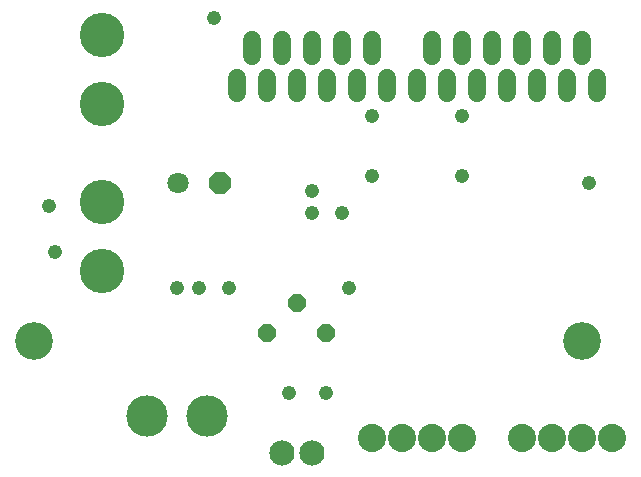
<source format=gbs>
G75*
G70*
%OFA0B0*%
%FSLAX24Y24*%
%IPPOS*%
%LPD*%
%AMOC8*
5,1,8,0,0,1.08239X$1,22.5*
%
%ADD10C,0.0595*%
%ADD11C,0.0940*%
%ADD12OC8,0.0600*%
%ADD13OC8,0.0710*%
%ADD14C,0.0710*%
%ADD15C,0.0840*%
%ADD16C,0.1480*%
%ADD17C,0.1380*%
%ADD18C,0.1261*%
%ADD19C,0.0476*%
D10*
X009930Y014415D02*
X009930Y014930D01*
X010430Y015680D02*
X010430Y016195D01*
X011430Y016195D02*
X011430Y015680D01*
X010930Y014930D02*
X010930Y014415D01*
X011930Y014415D02*
X011930Y014930D01*
X012430Y015680D02*
X012430Y016195D01*
X013430Y016195D02*
X013430Y015680D01*
X012930Y014930D02*
X012930Y014415D01*
X013930Y014415D02*
X013930Y014930D01*
X014430Y015680D02*
X014430Y016195D01*
X014930Y014930D02*
X014930Y014415D01*
X015930Y014415D02*
X015930Y014930D01*
X016430Y015680D02*
X016430Y016195D01*
X017430Y016195D02*
X017430Y015680D01*
X016930Y014930D02*
X016930Y014415D01*
X017930Y014415D02*
X017930Y014930D01*
X018430Y015680D02*
X018430Y016195D01*
X019430Y016195D02*
X019430Y015680D01*
X018930Y014930D02*
X018930Y014415D01*
X019930Y014415D02*
X019930Y014930D01*
X020430Y015680D02*
X020430Y016195D01*
X021430Y016195D02*
X021430Y015680D01*
X020930Y014930D02*
X020930Y014415D01*
X021930Y014415D02*
X021930Y014930D01*
D11*
X021430Y002930D03*
X020430Y002930D03*
X019430Y002930D03*
X017430Y002930D03*
X016430Y002930D03*
X015430Y002930D03*
X014430Y002930D03*
X022430Y002930D03*
D12*
X012920Y006430D03*
X011930Y007430D03*
X010940Y006430D03*
D13*
X009380Y011430D03*
D14*
X007980Y011430D03*
D15*
X011430Y002430D03*
X012430Y002430D03*
D16*
X005430Y008493D03*
X005430Y010793D03*
X005430Y014067D03*
X005430Y016367D03*
D17*
X006930Y003680D03*
X008930Y003680D03*
D18*
X003180Y006180D03*
X021430Y006180D03*
D19*
X021680Y011430D03*
X017430Y011680D03*
X017430Y013680D03*
X014430Y013680D03*
X014430Y011680D03*
X013430Y010430D03*
X012430Y010430D03*
X012430Y011180D03*
X013680Y007930D03*
X009680Y007930D03*
X008680Y007930D03*
X007930Y007930D03*
X003868Y009118D03*
X003680Y010680D03*
X009180Y016930D03*
X011680Y004430D03*
X012920Y004430D03*
M02*

</source>
